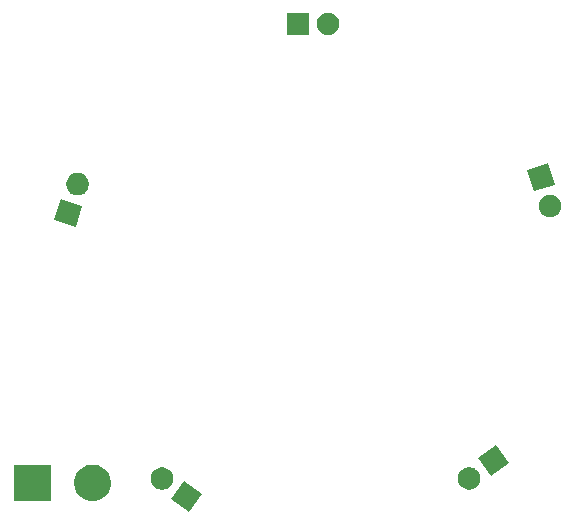
<source format=gbr>
G04 #@! TF.GenerationSoftware,KiCad,Pcbnew,(5.1.0)-1*
G04 #@! TF.CreationDate,2019-11-21T20:20:07-05:00*
G04 #@! TF.ProjectId,gopro_lights,676f7072-6f5f-46c6-9967-6874732e6b69,1*
G04 #@! TF.SameCoordinates,Original*
G04 #@! TF.FileFunction,Soldermask,Bot*
G04 #@! TF.FilePolarity,Negative*
%FSLAX46Y46*%
G04 Gerber Fmt 4.6, Leading zero omitted, Abs format (unit mm)*
G04 Created by KiCad (PCBNEW (5.1.0)-1) date 2019-11-21 20:20:07*
%MOMM*%
%LPD*%
G04 APERTURE LIST*
%ADD10C,0.100000*%
G04 APERTURE END LIST*
D10*
G36*
X96328359Y-105789609D02*
G01*
X95210391Y-107328359D01*
X93671641Y-106210391D01*
X94789609Y-104671641D01*
X96328359Y-105789609D01*
X96328359Y-105789609D01*
G37*
G36*
X87362585Y-103348802D02*
G01*
X87512410Y-103378604D01*
X87794674Y-103495521D01*
X88048705Y-103665259D01*
X88264741Y-103881295D01*
X88434479Y-104135326D01*
X88551396Y-104417590D01*
X88551396Y-104417591D01*
X88611000Y-104717239D01*
X88611000Y-105022761D01*
X88593000Y-105113252D01*
X88551396Y-105322410D01*
X88434479Y-105604674D01*
X88264741Y-105858705D01*
X88048705Y-106074741D01*
X87794674Y-106244479D01*
X87512410Y-106361396D01*
X87362585Y-106391198D01*
X87212761Y-106421000D01*
X86907239Y-106421000D01*
X86757415Y-106391198D01*
X86607590Y-106361396D01*
X86325326Y-106244479D01*
X86071295Y-106074741D01*
X85855259Y-105858705D01*
X85685521Y-105604674D01*
X85568604Y-105322410D01*
X85527000Y-105113252D01*
X85509000Y-105022761D01*
X85509000Y-104717239D01*
X85568604Y-104417591D01*
X85568604Y-104417590D01*
X85685521Y-104135326D01*
X85855259Y-103881295D01*
X86071295Y-103665259D01*
X86325326Y-103495521D01*
X86607590Y-103378604D01*
X86757415Y-103348802D01*
X86907239Y-103319000D01*
X87212761Y-103319000D01*
X87362585Y-103348802D01*
X87362585Y-103348802D01*
G37*
G36*
X83531000Y-106421000D02*
G01*
X80429000Y-106421000D01*
X80429000Y-103319000D01*
X83531000Y-103319000D01*
X83531000Y-106421000D01*
X83531000Y-106421000D01*
G37*
G36*
X93222492Y-103592571D02*
G01*
X93395563Y-103664259D01*
X93397061Y-103665260D01*
X93551324Y-103768335D01*
X93683787Y-103900798D01*
X93683788Y-103900800D01*
X93787863Y-104056559D01*
X93859551Y-104229630D01*
X93896097Y-104413358D01*
X93896097Y-104600692D01*
X93859551Y-104784420D01*
X93787863Y-104957491D01*
X93787862Y-104957492D01*
X93683787Y-105113252D01*
X93551324Y-105245715D01*
X93472915Y-105298106D01*
X93395563Y-105349791D01*
X93222492Y-105421479D01*
X93038764Y-105458025D01*
X92851430Y-105458025D01*
X92667702Y-105421479D01*
X92494631Y-105349791D01*
X92417279Y-105298106D01*
X92338870Y-105245715D01*
X92206407Y-105113252D01*
X92102332Y-104957492D01*
X92102331Y-104957491D01*
X92030643Y-104784420D01*
X91994097Y-104600692D01*
X91994097Y-104413358D01*
X92030643Y-104229630D01*
X92102331Y-104056559D01*
X92206406Y-103900800D01*
X92206407Y-103900798D01*
X92338870Y-103768335D01*
X92493133Y-103665260D01*
X92494631Y-103664259D01*
X92667702Y-103592571D01*
X92851430Y-103556025D01*
X93038764Y-103556025D01*
X93222492Y-103592571D01*
X93222492Y-103592571D01*
G37*
G36*
X119222492Y-103578521D02*
G01*
X119395563Y-103650209D01*
X119418087Y-103665259D01*
X119551324Y-103754285D01*
X119683787Y-103886748D01*
X119683788Y-103886750D01*
X119787863Y-104042509D01*
X119859551Y-104215580D01*
X119896097Y-104399308D01*
X119896097Y-104586642D01*
X119859551Y-104770370D01*
X119787863Y-104943441D01*
X119787862Y-104943442D01*
X119683787Y-105099202D01*
X119551324Y-105231665D01*
X119530295Y-105245716D01*
X119395563Y-105335741D01*
X119222492Y-105407429D01*
X119038764Y-105443975D01*
X118851430Y-105443975D01*
X118667702Y-105407429D01*
X118494631Y-105335741D01*
X118359899Y-105245716D01*
X118338870Y-105231665D01*
X118206407Y-105099202D01*
X118102332Y-104943442D01*
X118102331Y-104943441D01*
X118030643Y-104770370D01*
X117994097Y-104586642D01*
X117994097Y-104399308D01*
X118030643Y-104215580D01*
X118102331Y-104042509D01*
X118206406Y-103886750D01*
X118206407Y-103886748D01*
X118338870Y-103754285D01*
X118472107Y-103665259D01*
X118494631Y-103650209D01*
X118667702Y-103578521D01*
X118851430Y-103541975D01*
X119038764Y-103541975D01*
X119222492Y-103578521D01*
X119222492Y-103578521D01*
G37*
G36*
X122328359Y-103210391D02*
G01*
X120789609Y-104328359D01*
X119671641Y-102789609D01*
X121210391Y-101671641D01*
X122328359Y-103210391D01*
X122328359Y-103210391D01*
G37*
G36*
X86198330Y-81389420D02*
G01*
X85610580Y-83198330D01*
X83801670Y-82610580D01*
X84389420Y-80801670D01*
X86198330Y-81389420D01*
X86198330Y-81389420D01*
G37*
G36*
X126062298Y-80501230D02*
G01*
X126235369Y-80572918D01*
X126235370Y-80572919D01*
X126391130Y-80676994D01*
X126523593Y-80809457D01*
X126523594Y-80809459D01*
X126627669Y-80965218D01*
X126699357Y-81138289D01*
X126735903Y-81322017D01*
X126735903Y-81509351D01*
X126699357Y-81693079D01*
X126627669Y-81866150D01*
X126627668Y-81866151D01*
X126523593Y-82021911D01*
X126391130Y-82154374D01*
X126312721Y-82206765D01*
X126235369Y-82258450D01*
X126062298Y-82330138D01*
X125878570Y-82366684D01*
X125691236Y-82366684D01*
X125507508Y-82330138D01*
X125334437Y-82258450D01*
X125257085Y-82206765D01*
X125178676Y-82154374D01*
X125046213Y-82021911D01*
X124942138Y-81866151D01*
X124942137Y-81866150D01*
X124870449Y-81693079D01*
X124833903Y-81509351D01*
X124833903Y-81322017D01*
X124870449Y-81138289D01*
X124942137Y-80965218D01*
X125046212Y-80809459D01*
X125046213Y-80809457D01*
X125178676Y-80676994D01*
X125334436Y-80572919D01*
X125334437Y-80572918D01*
X125507508Y-80501230D01*
X125691236Y-80464684D01*
X125878570Y-80464684D01*
X126062298Y-80501230D01*
X126062298Y-80501230D01*
G37*
G36*
X86062298Y-78669862D02*
G01*
X86235369Y-78741550D01*
X86235370Y-78741551D01*
X86391130Y-78845626D01*
X86523593Y-78978089D01*
X86523594Y-78978091D01*
X86627669Y-79133850D01*
X86699357Y-79306921D01*
X86735903Y-79490649D01*
X86735903Y-79677983D01*
X86699357Y-79861711D01*
X86627669Y-80034782D01*
X86627668Y-80034783D01*
X86523593Y-80190543D01*
X86391130Y-80323006D01*
X86312721Y-80375397D01*
X86235369Y-80427082D01*
X86062298Y-80498770D01*
X85878570Y-80535316D01*
X85691236Y-80535316D01*
X85507508Y-80498770D01*
X85334437Y-80427082D01*
X85257085Y-80375397D01*
X85178676Y-80323006D01*
X85046213Y-80190543D01*
X84942138Y-80034783D01*
X84942137Y-80034782D01*
X84870449Y-79861711D01*
X84833903Y-79677983D01*
X84833903Y-79490649D01*
X84870449Y-79306921D01*
X84942137Y-79133850D01*
X85046212Y-78978091D01*
X85046213Y-78978089D01*
X85178676Y-78845626D01*
X85334436Y-78741551D01*
X85334437Y-78741550D01*
X85507508Y-78669862D01*
X85691236Y-78633316D01*
X85878570Y-78633316D01*
X86062298Y-78669862D01*
X86062298Y-78669862D01*
G37*
G36*
X126198330Y-79610580D02*
G01*
X124389420Y-80198330D01*
X123801670Y-78389420D01*
X125610580Y-77801670D01*
X126198330Y-79610580D01*
X126198330Y-79610580D01*
G37*
G36*
X107277395Y-65085546D02*
G01*
X107450466Y-65157234D01*
X107450467Y-65157235D01*
X107606227Y-65261310D01*
X107738690Y-65393773D01*
X107738691Y-65393775D01*
X107842766Y-65549534D01*
X107914454Y-65722605D01*
X107951000Y-65906333D01*
X107951000Y-66093667D01*
X107914454Y-66277395D01*
X107842766Y-66450466D01*
X107842765Y-66450467D01*
X107738690Y-66606227D01*
X107606227Y-66738690D01*
X107527818Y-66791081D01*
X107450466Y-66842766D01*
X107277395Y-66914454D01*
X107093667Y-66951000D01*
X106906333Y-66951000D01*
X106722605Y-66914454D01*
X106549534Y-66842766D01*
X106472182Y-66791081D01*
X106393773Y-66738690D01*
X106261310Y-66606227D01*
X106157235Y-66450467D01*
X106157234Y-66450466D01*
X106085546Y-66277395D01*
X106049000Y-66093667D01*
X106049000Y-65906333D01*
X106085546Y-65722605D01*
X106157234Y-65549534D01*
X106261309Y-65393775D01*
X106261310Y-65393773D01*
X106393773Y-65261310D01*
X106549533Y-65157235D01*
X106549534Y-65157234D01*
X106722605Y-65085546D01*
X106906333Y-65049000D01*
X107093667Y-65049000D01*
X107277395Y-65085546D01*
X107277395Y-65085546D01*
G37*
G36*
X105411000Y-66951000D02*
G01*
X103509000Y-66951000D01*
X103509000Y-65049000D01*
X105411000Y-65049000D01*
X105411000Y-66951000D01*
X105411000Y-66951000D01*
G37*
M02*

</source>
